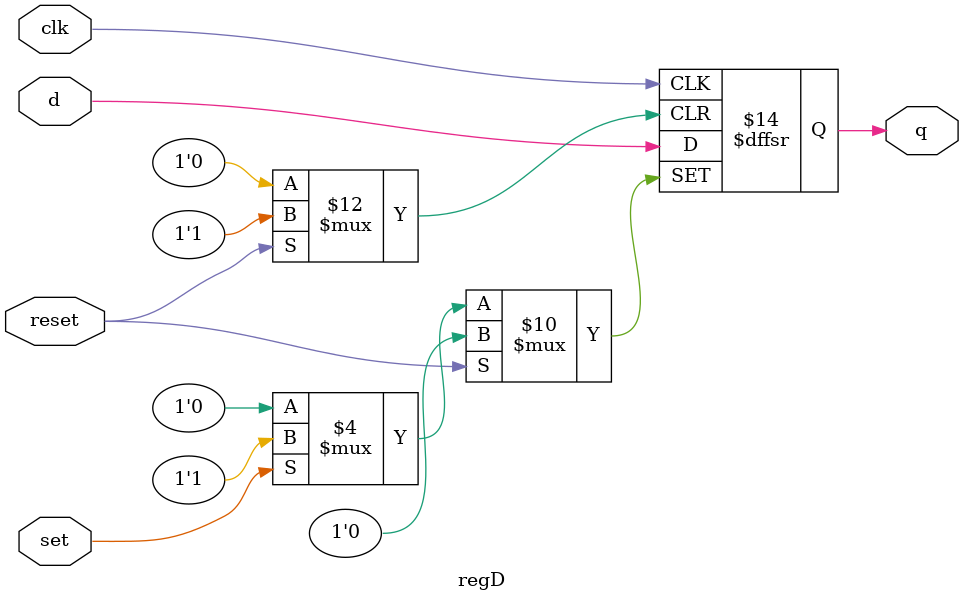
<source format=v>
module regD( clk, reset, set, d, q);
  input clk, reset, d,set;
  output q;
    
  reg   q;
  wire clk, reset, d;
  
  always @ (posedge clk or posedge reset or posedge set)
  if (reset) begin
    q <= 1'b0;
  end 
else begin
	if (set) begin
		q <= 1'b1;
	end 
	else begin
	   	q <= d;
	end
end

endmodule
</source>
